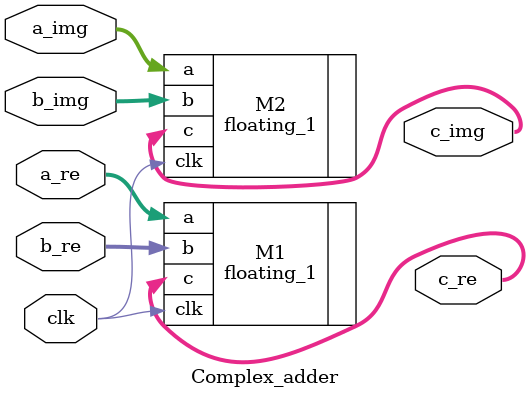
<source format=v>
`timescale 1ns / 1ps
module Complex_adder(
    input [31:0] a_re,
    input [31:0] b_re,
    input [31:0] a_img,
    input [31:0] b_img,
    input clk,
    output [31:0] c_re,
    output [31:0] c_img
    );

floating_1 M1 (.a(a_re),.b(b_re),.clk(clk),.c(c_re));
floating_1	M2 (.a(a_img),.b(b_img),.clk(clk),.c(c_img));
endmodule

</source>
